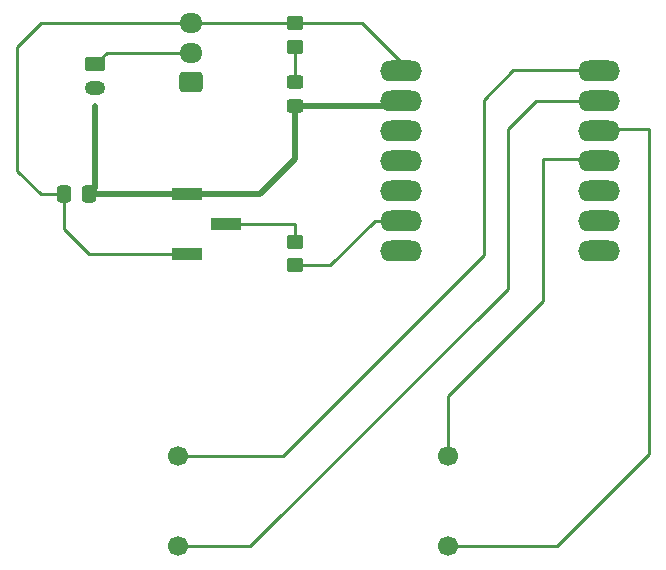
<source format=gtl>
%TF.GenerationSoftware,KiCad,Pcbnew,8.0.8*%
%TF.CreationDate,2025-02-12T14:25:55-08:00*%
%TF.ProjectId,jazmyn_hwsw,6a617a6d-796e-45f6-9877-73772e6b6963,rev?*%
%TF.SameCoordinates,Original*%
%TF.FileFunction,Copper,L1,Top*%
%TF.FilePolarity,Positive*%
%FSLAX46Y46*%
G04 Gerber Fmt 4.6, Leading zero omitted, Abs format (unit mm)*
G04 Created by KiCad (PCBNEW 8.0.8) date 2025-02-12 14:25:55*
%MOMM*%
%LPD*%
G01*
G04 APERTURE LIST*
G04 Aperture macros list*
%AMRoundRect*
0 Rectangle with rounded corners*
0 $1 Rounding radius*
0 $2 $3 $4 $5 $6 $7 $8 $9 X,Y pos of 4 corners*
0 Add a 4 corners polygon primitive as box body*
4,1,4,$2,$3,$4,$5,$6,$7,$8,$9,$2,$3,0*
0 Add four circle primitives for the rounded corners*
1,1,$1+$1,$2,$3*
1,1,$1+$1,$4,$5*
1,1,$1+$1,$6,$7*
1,1,$1+$1,$8,$9*
0 Add four rect primitives between the rounded corners*
20,1,$1+$1,$2,$3,$4,$5,0*
20,1,$1+$1,$4,$5,$6,$7,0*
20,1,$1+$1,$6,$7,$8,$9,0*
20,1,$1+$1,$8,$9,$2,$3,0*%
G04 Aperture macros list end*
%TA.AperFunction,SMDPad,CuDef*%
%ADD10RoundRect,0.250000X0.450000X-0.325000X0.450000X0.325000X-0.450000X0.325000X-0.450000X-0.325000X0*%
%TD*%
%TA.AperFunction,SMDPad,CuDef*%
%ADD11RoundRect,0.250000X-0.337500X-0.475000X0.337500X-0.475000X0.337500X0.475000X-0.337500X0.475000X0*%
%TD*%
%TA.AperFunction,SMDPad,CuDef*%
%ADD12RoundRect,0.250000X-0.450000X0.350000X-0.450000X-0.350000X0.450000X-0.350000X0.450000X0.350000X0*%
%TD*%
%TA.AperFunction,ComponentPad*%
%ADD13RoundRect,0.250000X0.725000X-0.600000X0.725000X0.600000X-0.725000X0.600000X-0.725000X-0.600000X0*%
%TD*%
%TA.AperFunction,ComponentPad*%
%ADD14O,1.950000X1.700000*%
%TD*%
%TA.AperFunction,SMDPad,CuDef*%
%ADD15R,2.510000X1.000000*%
%TD*%
%TA.AperFunction,ComponentPad*%
%ADD16RoundRect,0.250000X-0.625000X0.350000X-0.625000X-0.350000X0.625000X-0.350000X0.625000X0.350000X0*%
%TD*%
%TA.AperFunction,ComponentPad*%
%ADD17O,1.750000X1.200000*%
%TD*%
%TA.AperFunction,ComponentPad*%
%ADD18O,3.556000X1.778000*%
%TD*%
%TA.AperFunction,ComponentPad*%
%ADD19C,1.700000*%
%TD*%
%TA.AperFunction,Conductor*%
%ADD20C,0.500000*%
%TD*%
%TA.AperFunction,Conductor*%
%ADD21C,0.254000*%
%TD*%
%TA.AperFunction,Conductor*%
%ADD22C,0.200000*%
%TD*%
G04 APERTURE END LIST*
D10*
%TO.P,D1,1,K*%
%TO.N,GND*%
X96000000Y-76525000D03*
%TO.P,D1,2,A*%
%TO.N,Net-(D1-A)*%
X96000000Y-74475000D03*
%TD*%
D11*
%TO.P,C1,1*%
%TO.N,Net-(J1-Pin_1)*%
X76462500Y-84000000D03*
%TO.P,C1,2*%
%TO.N,GND*%
X78537500Y-84000000D03*
%TD*%
D12*
%TO.P,R1,1*%
%TO.N,Net-(J1-Pin_1)*%
X96000000Y-69500000D03*
%TO.P,R1,2*%
%TO.N,Net-(D1-A)*%
X96000000Y-71500000D03*
%TD*%
D13*
%TO.P,SW1,1,A*%
%TO.N,unconnected-(SW1-A-Pad1)*%
X87200000Y-74500000D03*
D14*
%TO.P,SW1,2,B*%
%TO.N,Net-(BT1-+)*%
X87200000Y-72000000D03*
%TO.P,SW1,3,C*%
%TO.N,Net-(J1-Pin_1)*%
X87200000Y-69500000D03*
%TD*%
D15*
%TO.P,J1,1,Pin_1*%
%TO.N,Net-(J1-Pin_1)*%
X86845000Y-89040000D03*
%TO.P,J1,2,Pin_2*%
%TO.N,Net-(J1-Pin_2)*%
X90155000Y-86500000D03*
%TO.P,J1,3,Pin_3*%
%TO.N,GND*%
X86845000Y-83960000D03*
%TD*%
D16*
%TO.P,BT1,1,+*%
%TO.N,Net-(BT1-+)*%
X79050000Y-73000000D03*
D17*
%TO.P,BT1,2,-*%
%TO.N,GND*%
X79050000Y-75000000D03*
%TD*%
D12*
%TO.P,R2,1*%
%TO.N,Net-(J1-Pin_2)*%
X96000000Y-88000000D03*
%TO.P,R2,2*%
%TO.N,Net-(U1-GPIO7_A8_D8_SCK)*%
X96000000Y-90000000D03*
%TD*%
D18*
%TO.P,U1,1,GPIO1_A0_D0*%
%TO.N,Net-(U1-GPIO1_A0_D0)*%
X121762000Y-73550000D03*
%TO.P,U1,2,GPIO2_A1_D1*%
%TO.N,Net-(M1--)*%
X121762000Y-76090000D03*
%TO.P,U1,3,GPIO3_A2_D2*%
%TO.N,Net-(U1-GPIO3_A2_D2)*%
X121762000Y-78630000D03*
%TO.P,U1,4,GPIO4_A3_D3*%
%TO.N,Net-(U1-GPIO4_A3_D3)*%
X121762000Y-81170000D03*
%TO.P,U1,5,GPIO4_A3_D3_SDA*%
%TO.N,unconnected-(U1-GPIO4_A3_D3_SDA-Pad5)*%
X121762000Y-83710000D03*
%TO.P,U1,6,GPIO6_A5_D5_SCL*%
%TO.N,unconnected-(U1-GPIO6_A5_D5_SCL-Pad6)*%
X121762000Y-86250000D03*
%TO.P,U1,7,GPIO43_TX_D6*%
%TO.N,unconnected-(U1-GPIO43_TX_D6-Pad7)*%
X121762000Y-88790000D03*
%TO.P,U1,8,5V*%
%TO.N,Net-(J1-Pin_1)*%
X104998000Y-73550000D03*
%TO.P,U1,9,GND*%
%TO.N,GND*%
X104998000Y-76090000D03*
%TO.P,U1,10,3V3*%
%TO.N,unconnected-(U1-3V3-Pad10)*%
X104998000Y-78630000D03*
%TO.P,U1,11,GPIO9_A10_D10_COPI*%
%TO.N,unconnected-(U1-GPIO9_A10_D10_COPI-Pad11)*%
X104998000Y-81170000D03*
%TO.P,U1,12,GPIO8_A9_D9_CIPO*%
%TO.N,unconnected-(U1-GPIO8_A9_D9_CIPO-Pad12)*%
X104998000Y-83710000D03*
%TO.P,U1,13,GPIO7_A8_D8_SCK*%
%TO.N,Net-(U1-GPIO7_A8_D8_SCK)*%
X104998000Y-86250000D03*
%TO.P,U1,14,GPIO44_D7_RX*%
%TO.N,unconnected-(U1-GPIO44_D7_RX-Pad14)*%
X104998000Y-88790000D03*
%TD*%
D19*
%TO.P,M1,1*%
%TO.N,Net-(U1-GPIO1_A0_D0)*%
X86070000Y-106190000D03*
%TO.P,M1,2,-*%
%TO.N,Net-(M1--)*%
X86070000Y-113810000D03*
%TO.P,M1,3*%
%TO.N,Net-(U1-GPIO3_A2_D2)*%
X108930000Y-113810000D03*
%TO.P,M1,4*%
%TO.N,Net-(U1-GPIO4_A3_D3)*%
X108930000Y-106190000D03*
%TD*%
D20*
%TO.N,GND*%
X96000000Y-81000000D02*
X93040000Y-83960000D01*
X78537500Y-84000000D02*
X86805000Y-84000000D01*
X105760000Y-76090000D02*
X105325000Y-76525000D01*
X105325000Y-76525000D02*
X96000000Y-76525000D01*
X86805000Y-84000000D02*
X86845000Y-83960000D01*
X79050000Y-76500000D02*
X79050000Y-83487500D01*
X96000000Y-76525000D02*
X96000000Y-81000000D01*
X93040000Y-83960000D02*
X86845000Y-83960000D01*
X79050000Y-83487500D02*
X78537500Y-84000000D01*
D21*
%TO.N,Net-(BT1-+)*%
X80050000Y-72000000D02*
X79050000Y-73000000D01*
X87200000Y-72000000D02*
X80050000Y-72000000D01*
%TO.N,Net-(J1-Pin_2)*%
X90155000Y-86500000D02*
X96000000Y-86500000D01*
X96000000Y-86500000D02*
X96000000Y-88000000D01*
%TO.N,Net-(D1-A)*%
X96000000Y-71500000D02*
X96000000Y-74475000D01*
%TO.N,Net-(J1-Pin_1)*%
X76462500Y-86962500D02*
X78540000Y-89040000D01*
X96000000Y-69500000D02*
X87200000Y-69500000D01*
X74500000Y-84000000D02*
X76462500Y-84000000D01*
X74500000Y-69500000D02*
X72500000Y-71500000D01*
X78540000Y-89040000D02*
X86845000Y-89040000D01*
X87200000Y-69500000D02*
X74500000Y-69500000D01*
X72500000Y-82000000D02*
X74500000Y-84000000D01*
X72500000Y-71500000D02*
X72500000Y-82000000D01*
X105760000Y-73550000D02*
X101710000Y-69500000D01*
X101710000Y-69500000D02*
X96000000Y-69500000D01*
X76462500Y-84000000D02*
X76462500Y-86962500D01*
%TO.N,Net-(U1-GPIO1_A0_D0)*%
X112000000Y-76000000D02*
X112000000Y-89157304D01*
X120950000Y-73500000D02*
X114500000Y-73500000D01*
X112000000Y-89157304D02*
X94967304Y-106190000D01*
X121000000Y-73550000D02*
X120950000Y-73500000D01*
X114500000Y-73500000D02*
X112000000Y-76000000D01*
X94967304Y-106190000D02*
X86070000Y-106190000D01*
%TO.N,Net-(M1--)*%
X114000000Y-92000000D02*
X92190000Y-113810000D01*
X116410000Y-76090000D02*
X114000000Y-78500000D01*
X121000000Y-76090000D02*
X116410000Y-76090000D01*
X114000000Y-78500000D02*
X114000000Y-92000000D01*
X92190000Y-113810000D02*
X86070000Y-113810000D01*
%TO.N,Net-(U1-GPIO3_A2_D2)*%
X121130000Y-78500000D02*
X121000000Y-78630000D01*
X118190000Y-113810000D02*
X126000000Y-106000000D01*
X126000000Y-78500000D02*
X121130000Y-78500000D01*
X126000000Y-106000000D02*
X126000000Y-78500000D01*
X108930000Y-113810000D02*
X118190000Y-113810000D01*
%TO.N,Net-(U1-GPIO4_A3_D3)*%
X117000000Y-93000000D02*
X117000000Y-81000000D01*
X108930000Y-106190000D02*
X108930000Y-101070000D01*
X117000000Y-81000000D02*
X120830000Y-81000000D01*
X120830000Y-81000000D02*
X121000000Y-81170000D01*
D22*
X121170000Y-81000000D02*
X121000000Y-81170000D01*
D21*
X108930000Y-101070000D02*
X117000000Y-93000000D01*
%TO.N,Net-(U1-GPIO7_A8_D8_SCK)*%
X105760000Y-86250000D02*
X102750000Y-86250000D01*
X99000000Y-90000000D02*
X96000000Y-90000000D01*
X102750000Y-86250000D02*
X99000000Y-90000000D01*
%TD*%
M02*

</source>
